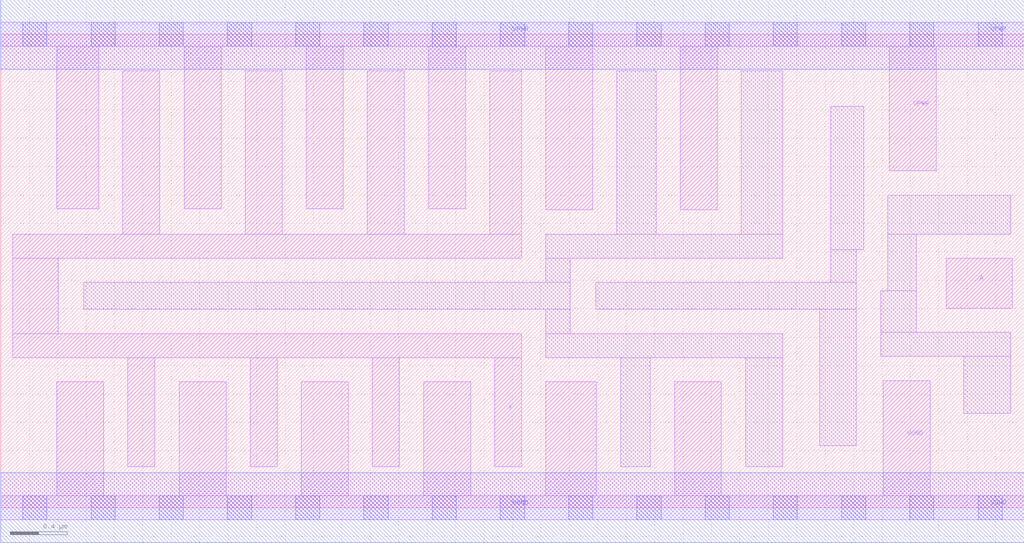
<source format=lef>
# Copyright 2020 The SkyWater PDK Authors
#
# Licensed under the Apache License, Version 2.0 (the "License");
# you may not use this file except in compliance with the License.
# You may obtain a copy of the License at
#
#     https://www.apache.org/licenses/LICENSE-2.0
#
# Unless required by applicable law or agreed to in writing, software
# distributed under the License is distributed on an "AS IS" BASIS,
# WITHOUT WARRANTIES OR CONDITIONS OF ANY KIND, either express or implied.
# See the License for the specific language governing permissions and
# limitations under the License.
#
# SPDX-License-Identifier: Apache-2.0

VERSION 5.7 ;
  NAMESCASESENSITIVE ON ;
  NOWIREEXTENSIONATPIN ON ;
  DIVIDERCHAR "/" ;
  BUSBITCHARS "[]" ;
UNITS
  DATABASE MICRONS 200 ;
END UNITS
MACRO sky130_fd_sc_lp__bufbuf_8
  CLASS CORE ;
  SOURCE USER ;
  FOREIGN sky130_fd_sc_lp__bufbuf_8 ;
  ORIGIN  0.000000  0.000000 ;
  SIZE  7.200000 BY  3.330000 ;
  SYMMETRY X Y R90 ;
  SITE unit ;
  PIN A
    ANTENNAGATEAREA  0.159000 ;
    DIRECTION INPUT ;
    USE SIGNAL ;
    PORT
      LAYER li1 ;
        RECT 6.650000 1.405000 7.115000 1.755000 ;
    END
  END A
  PIN X
    ANTENNADIFFAREA  2.352000 ;
    DIRECTION OUTPUT ;
    USE SIGNAL ;
    PORT
      LAYER li1 ;
        RECT 0.085000 1.055000 3.665000 1.225000 ;
        RECT 0.085000 1.225000 0.405000 1.755000 ;
        RECT 0.085000 1.755000 3.665000 1.925000 ;
        RECT 0.860000 1.925000 1.120000 3.075000 ;
        RECT 0.895000 0.290000 1.085000 1.055000 ;
        RECT 1.720000 1.925000 1.980000 3.075000 ;
        RECT 1.755000 0.290000 1.945000 1.055000 ;
        RECT 2.580000 1.925000 2.840000 3.075000 ;
        RECT 2.615000 0.290000 2.805000 1.055000 ;
        RECT 3.440000 1.925000 3.665000 3.075000 ;
        RECT 3.475000 0.290000 3.665000 1.055000 ;
    END
  END X
  PIN VGND
    DIRECTION INOUT ;
    USE GROUND ;
    PORT
      LAYER li1 ;
        RECT 0.000000 -0.085000 7.200000 0.085000 ;
        RECT 0.395000  0.085000 0.725000 0.885000 ;
        RECT 1.255000  0.085000 1.585000 0.885000 ;
        RECT 2.115000  0.085000 2.445000 0.885000 ;
        RECT 2.975000  0.085000 3.305000 0.885000 ;
        RECT 3.835000  0.085000 4.190000 0.885000 ;
        RECT 4.740000  0.085000 5.070000 0.885000 ;
        RECT 6.210000  0.085000 6.540000 0.895000 ;
      LAYER mcon ;
        RECT 0.155000 -0.085000 0.325000 0.085000 ;
        RECT 0.635000 -0.085000 0.805000 0.085000 ;
        RECT 1.115000 -0.085000 1.285000 0.085000 ;
        RECT 1.595000 -0.085000 1.765000 0.085000 ;
        RECT 2.075000 -0.085000 2.245000 0.085000 ;
        RECT 2.555000 -0.085000 2.725000 0.085000 ;
        RECT 3.035000 -0.085000 3.205000 0.085000 ;
        RECT 3.515000 -0.085000 3.685000 0.085000 ;
        RECT 3.995000 -0.085000 4.165000 0.085000 ;
        RECT 4.475000 -0.085000 4.645000 0.085000 ;
        RECT 4.955000 -0.085000 5.125000 0.085000 ;
        RECT 5.435000 -0.085000 5.605000 0.085000 ;
        RECT 5.915000 -0.085000 6.085000 0.085000 ;
        RECT 6.395000 -0.085000 6.565000 0.085000 ;
        RECT 6.875000 -0.085000 7.045000 0.085000 ;
      LAYER met1 ;
        RECT 0.000000 -0.245000 7.200000 0.245000 ;
    END
  END VGND
  PIN VPWR
    DIRECTION INOUT ;
    USE POWER ;
    PORT
      LAYER li1 ;
        RECT 0.000000 3.245000 7.200000 3.415000 ;
        RECT 0.395000 2.105000 0.690000 3.245000 ;
        RECT 1.290000 2.105000 1.550000 3.245000 ;
        RECT 2.150000 2.105000 2.410000 3.245000 ;
        RECT 3.010000 2.105000 3.270000 3.245000 ;
        RECT 3.835000 2.095000 4.165000 3.245000 ;
        RECT 4.780000 2.095000 5.040000 3.245000 ;
        RECT 6.250000 2.370000 6.580000 3.245000 ;
      LAYER mcon ;
        RECT 0.155000 3.245000 0.325000 3.415000 ;
        RECT 0.635000 3.245000 0.805000 3.415000 ;
        RECT 1.115000 3.245000 1.285000 3.415000 ;
        RECT 1.595000 3.245000 1.765000 3.415000 ;
        RECT 2.075000 3.245000 2.245000 3.415000 ;
        RECT 2.555000 3.245000 2.725000 3.415000 ;
        RECT 3.035000 3.245000 3.205000 3.415000 ;
        RECT 3.515000 3.245000 3.685000 3.415000 ;
        RECT 3.995000 3.245000 4.165000 3.415000 ;
        RECT 4.475000 3.245000 4.645000 3.415000 ;
        RECT 4.955000 3.245000 5.125000 3.415000 ;
        RECT 5.435000 3.245000 5.605000 3.415000 ;
        RECT 5.915000 3.245000 6.085000 3.415000 ;
        RECT 6.395000 3.245000 6.565000 3.415000 ;
        RECT 6.875000 3.245000 7.045000 3.415000 ;
      LAYER met1 ;
        RECT 0.000000 3.085000 7.200000 3.575000 ;
    END
  END VPWR
  OBS
    LAYER li1 ;
      RECT 0.585000 1.395000 4.005000 1.585000 ;
      RECT 3.835000 1.055000 5.500000 1.225000 ;
      RECT 3.835000 1.225000 4.005000 1.395000 ;
      RECT 3.835000 1.585000 4.005000 1.755000 ;
      RECT 3.835000 1.755000 5.500000 1.925000 ;
      RECT 4.185000 1.395000 6.020000 1.585000 ;
      RECT 4.335000 1.925000 4.610000 3.075000 ;
      RECT 4.360000 0.290000 4.570000 1.055000 ;
      RECT 5.210000 1.925000 5.500000 3.075000 ;
      RECT 5.240000 0.290000 5.500000 1.055000 ;
      RECT 5.760000 0.435000 6.020000 1.395000 ;
      RECT 5.840000 1.585000 6.020000 1.815000 ;
      RECT 5.840000 1.815000 6.070000 2.825000 ;
      RECT 6.190000 1.065000 7.105000 1.235000 ;
      RECT 6.190000 1.235000 6.440000 1.525000 ;
      RECT 6.240000 1.525000 6.440000 1.925000 ;
      RECT 6.240000 1.925000 7.105000 2.200000 ;
      RECT 6.775000 0.665000 7.105000 1.065000 ;
  END
END sky130_fd_sc_lp__bufbuf_8

</source>
